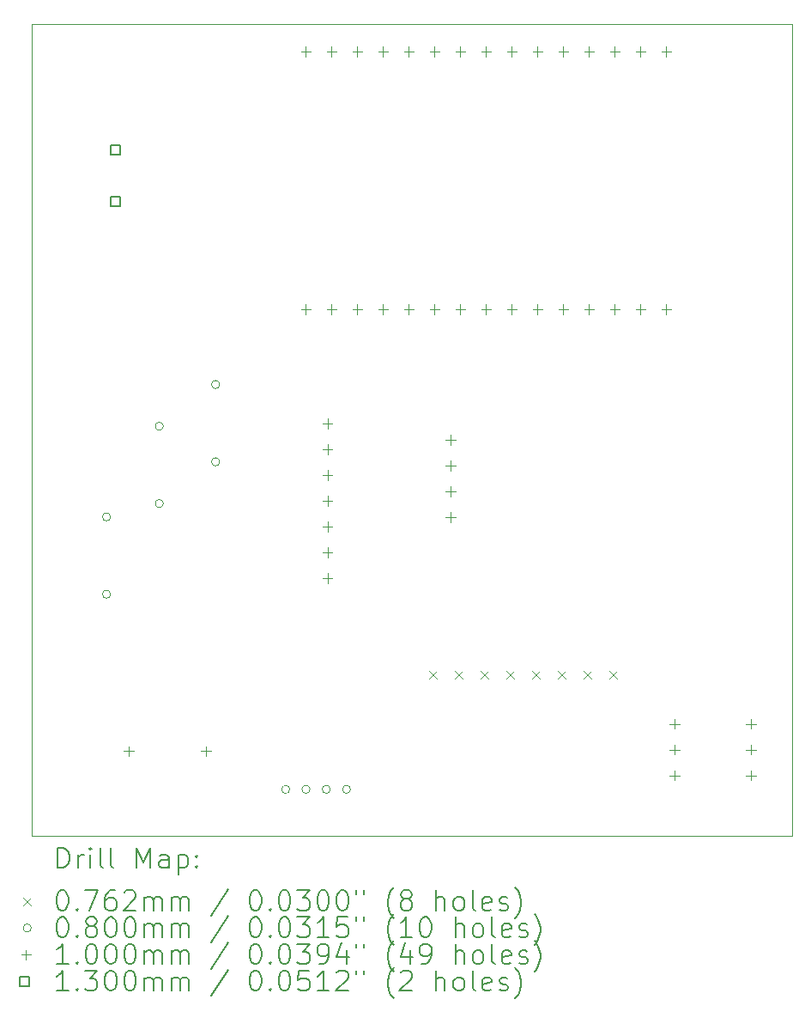
<source format=gbr>
%TF.GenerationSoftware,KiCad,Pcbnew,9.0.2*%
%TF.CreationDate,2025-12-05T19:39:55-05:00*%
%TF.ProjectId,PCB,5043422e-6b69-4636-9164-5f7063625858,rev?*%
%TF.SameCoordinates,Original*%
%TF.FileFunction,Drillmap*%
%TF.FilePolarity,Positive*%
%FSLAX45Y45*%
G04 Gerber Fmt 4.5, Leading zero omitted, Abs format (unit mm)*
G04 Created by KiCad (PCBNEW 9.0.2) date 2025-12-05 19:39:55*
%MOMM*%
%LPD*%
G01*
G04 APERTURE LIST*
%ADD10C,0.050000*%
%ADD11C,0.200000*%
%ADD12C,0.100000*%
%ADD13C,0.130000*%
G04 APERTURE END LIST*
D10*
X5010000Y-4390000D02*
X12510000Y-4390000D01*
X12510000Y-12390000D01*
X5010000Y-12390000D01*
X5010000Y-4390000D01*
D11*
D12*
X8936900Y-10762900D02*
X9013100Y-10839100D01*
X9013100Y-10762900D02*
X8936900Y-10839100D01*
X9190900Y-10762900D02*
X9267100Y-10839100D01*
X9267100Y-10762900D02*
X9190900Y-10839100D01*
X9444900Y-10762900D02*
X9521100Y-10839100D01*
X9521100Y-10762900D02*
X9444900Y-10839100D01*
X9698900Y-10762900D02*
X9775100Y-10839100D01*
X9775100Y-10762900D02*
X9698900Y-10839100D01*
X9952900Y-10762900D02*
X10029100Y-10839100D01*
X10029100Y-10762900D02*
X9952900Y-10839100D01*
X10206900Y-10762900D02*
X10283100Y-10839100D01*
X10283100Y-10762900D02*
X10206900Y-10839100D01*
X10460900Y-10762900D02*
X10537100Y-10839100D01*
X10537100Y-10762900D02*
X10460900Y-10839100D01*
X10714900Y-10762900D02*
X10791100Y-10839100D01*
X10791100Y-10762900D02*
X10714900Y-10839100D01*
X5790000Y-9245000D02*
G75*
G02*
X5710000Y-9245000I-40000J0D01*
G01*
X5710000Y-9245000D02*
G75*
G02*
X5790000Y-9245000I40000J0D01*
G01*
X5790000Y-10007000D02*
G75*
G02*
X5710000Y-10007000I-40000J0D01*
G01*
X5710000Y-10007000D02*
G75*
G02*
X5790000Y-10007000I40000J0D01*
G01*
X6311000Y-8351000D02*
G75*
G02*
X6231000Y-8351000I-40000J0D01*
G01*
X6231000Y-8351000D02*
G75*
G02*
X6311000Y-8351000I40000J0D01*
G01*
X6311000Y-9113000D02*
G75*
G02*
X6231000Y-9113000I-40000J0D01*
G01*
X6231000Y-9113000D02*
G75*
G02*
X6311000Y-9113000I40000J0D01*
G01*
X6866000Y-7940000D02*
G75*
G02*
X6786000Y-7940000I-40000J0D01*
G01*
X6786000Y-7940000D02*
G75*
G02*
X6866000Y-7940000I40000J0D01*
G01*
X6866000Y-8702000D02*
G75*
G02*
X6786000Y-8702000I-40000J0D01*
G01*
X6786000Y-8702000D02*
G75*
G02*
X6866000Y-8702000I40000J0D01*
G01*
X7558000Y-11930000D02*
G75*
G02*
X7478000Y-11930000I-40000J0D01*
G01*
X7478000Y-11930000D02*
G75*
G02*
X7558000Y-11930000I40000J0D01*
G01*
X7758000Y-11930000D02*
G75*
G02*
X7678000Y-11930000I-40000J0D01*
G01*
X7678000Y-11930000D02*
G75*
G02*
X7758000Y-11930000I40000J0D01*
G01*
X7958000Y-11930000D02*
G75*
G02*
X7878000Y-11930000I-40000J0D01*
G01*
X7878000Y-11930000D02*
G75*
G02*
X7958000Y-11930000I40000J0D01*
G01*
X8158000Y-11930000D02*
G75*
G02*
X8078000Y-11930000I-40000J0D01*
G01*
X8078000Y-11930000D02*
G75*
G02*
X8158000Y-11930000I40000J0D01*
G01*
X5969000Y-11504000D02*
X5969000Y-11604000D01*
X5919000Y-11554000D02*
X6019000Y-11554000D01*
X6729000Y-11504000D02*
X6729000Y-11604000D01*
X6679000Y-11554000D02*
X6779000Y-11554000D01*
X7717000Y-4606000D02*
X7717000Y-4706000D01*
X7667000Y-4656000D02*
X7767000Y-4656000D01*
X7717000Y-7146000D02*
X7717000Y-7246000D01*
X7667000Y-7196000D02*
X7767000Y-7196000D01*
X7930000Y-8272000D02*
X7930000Y-8372000D01*
X7880000Y-8322000D02*
X7980000Y-8322000D01*
X7930000Y-8526000D02*
X7930000Y-8626000D01*
X7880000Y-8576000D02*
X7980000Y-8576000D01*
X7930000Y-8780000D02*
X7930000Y-8880000D01*
X7880000Y-8830000D02*
X7980000Y-8830000D01*
X7930000Y-9034000D02*
X7930000Y-9134000D01*
X7880000Y-9084000D02*
X7980000Y-9084000D01*
X7930000Y-9288000D02*
X7930000Y-9388000D01*
X7880000Y-9338000D02*
X7980000Y-9338000D01*
X7930000Y-9542000D02*
X7930000Y-9642000D01*
X7880000Y-9592000D02*
X7980000Y-9592000D01*
X7930000Y-9796000D02*
X7930000Y-9896000D01*
X7880000Y-9846000D02*
X7980000Y-9846000D01*
X7971000Y-4606000D02*
X7971000Y-4706000D01*
X7921000Y-4656000D02*
X8021000Y-4656000D01*
X7971000Y-7146000D02*
X7971000Y-7246000D01*
X7921000Y-7196000D02*
X8021000Y-7196000D01*
X8225000Y-4606000D02*
X8225000Y-4706000D01*
X8175000Y-4656000D02*
X8275000Y-4656000D01*
X8225000Y-7146000D02*
X8225000Y-7246000D01*
X8175000Y-7196000D02*
X8275000Y-7196000D01*
X8479000Y-4606000D02*
X8479000Y-4706000D01*
X8429000Y-4656000D02*
X8529000Y-4656000D01*
X8479000Y-7146000D02*
X8479000Y-7246000D01*
X8429000Y-7196000D02*
X8529000Y-7196000D01*
X8733000Y-4606000D02*
X8733000Y-4706000D01*
X8683000Y-4656000D02*
X8783000Y-4656000D01*
X8733000Y-7146000D02*
X8733000Y-7246000D01*
X8683000Y-7196000D02*
X8783000Y-7196000D01*
X8987000Y-4606000D02*
X8987000Y-4706000D01*
X8937000Y-4656000D02*
X9037000Y-4656000D01*
X8987000Y-7146000D02*
X8987000Y-7246000D01*
X8937000Y-7196000D02*
X9037000Y-7196000D01*
X9142000Y-8437000D02*
X9142000Y-8537000D01*
X9092000Y-8487000D02*
X9192000Y-8487000D01*
X9142000Y-8691000D02*
X9142000Y-8791000D01*
X9092000Y-8741000D02*
X9192000Y-8741000D01*
X9142000Y-8945000D02*
X9142000Y-9045000D01*
X9092000Y-8995000D02*
X9192000Y-8995000D01*
X9142000Y-9199000D02*
X9142000Y-9299000D01*
X9092000Y-9249000D02*
X9192000Y-9249000D01*
X9241000Y-4606000D02*
X9241000Y-4706000D01*
X9191000Y-4656000D02*
X9291000Y-4656000D01*
X9241000Y-7146000D02*
X9241000Y-7246000D01*
X9191000Y-7196000D02*
X9291000Y-7196000D01*
X9495000Y-4606000D02*
X9495000Y-4706000D01*
X9445000Y-4656000D02*
X9545000Y-4656000D01*
X9495000Y-7146000D02*
X9495000Y-7246000D01*
X9445000Y-7196000D02*
X9545000Y-7196000D01*
X9749000Y-4606000D02*
X9749000Y-4706000D01*
X9699000Y-4656000D02*
X9799000Y-4656000D01*
X9749000Y-7146000D02*
X9749000Y-7246000D01*
X9699000Y-7196000D02*
X9799000Y-7196000D01*
X10003000Y-4606000D02*
X10003000Y-4706000D01*
X9953000Y-4656000D02*
X10053000Y-4656000D01*
X10003000Y-7146000D02*
X10003000Y-7246000D01*
X9953000Y-7196000D02*
X10053000Y-7196000D01*
X10257000Y-4606000D02*
X10257000Y-4706000D01*
X10207000Y-4656000D02*
X10307000Y-4656000D01*
X10257000Y-7146000D02*
X10257000Y-7246000D01*
X10207000Y-7196000D02*
X10307000Y-7196000D01*
X10511000Y-4606000D02*
X10511000Y-4706000D01*
X10461000Y-4656000D02*
X10561000Y-4656000D01*
X10511000Y-7146000D02*
X10511000Y-7246000D01*
X10461000Y-7196000D02*
X10561000Y-7196000D01*
X10765000Y-4606000D02*
X10765000Y-4706000D01*
X10715000Y-4656000D02*
X10815000Y-4656000D01*
X10765000Y-7146000D02*
X10765000Y-7246000D01*
X10715000Y-7196000D02*
X10815000Y-7196000D01*
X11019000Y-4606000D02*
X11019000Y-4706000D01*
X10969000Y-4656000D02*
X11069000Y-4656000D01*
X11019000Y-7146000D02*
X11019000Y-7246000D01*
X10969000Y-7196000D02*
X11069000Y-7196000D01*
X11273000Y-4606000D02*
X11273000Y-4706000D01*
X11223000Y-4656000D02*
X11323000Y-4656000D01*
X11273000Y-7146000D02*
X11273000Y-7246000D01*
X11223000Y-7196000D02*
X11323000Y-7196000D01*
X11357000Y-11234000D02*
X11357000Y-11334000D01*
X11307000Y-11284000D02*
X11407000Y-11284000D01*
X11357000Y-11488000D02*
X11357000Y-11588000D01*
X11307000Y-11538000D02*
X11407000Y-11538000D01*
X11357000Y-11742000D02*
X11357000Y-11842000D01*
X11307000Y-11792000D02*
X11407000Y-11792000D01*
X12107000Y-11234000D02*
X12107000Y-11334000D01*
X12057000Y-11284000D02*
X12157000Y-11284000D01*
X12107000Y-11488000D02*
X12107000Y-11588000D01*
X12057000Y-11538000D02*
X12157000Y-11538000D01*
X12107000Y-11742000D02*
X12107000Y-11842000D01*
X12057000Y-11792000D02*
X12157000Y-11792000D01*
D13*
X5884962Y-5671962D02*
X5884962Y-5580038D01*
X5793038Y-5580038D01*
X5793038Y-5671962D01*
X5884962Y-5671962D01*
X5884962Y-6179962D02*
X5884962Y-6088038D01*
X5793038Y-6088038D01*
X5793038Y-6179962D01*
X5884962Y-6179962D01*
D11*
X5268277Y-12703984D02*
X5268277Y-12503984D01*
X5268277Y-12503984D02*
X5315896Y-12503984D01*
X5315896Y-12503984D02*
X5344467Y-12513508D01*
X5344467Y-12513508D02*
X5363515Y-12532555D01*
X5363515Y-12532555D02*
X5373039Y-12551603D01*
X5373039Y-12551603D02*
X5382563Y-12589698D01*
X5382563Y-12589698D02*
X5382563Y-12618269D01*
X5382563Y-12618269D02*
X5373039Y-12656365D01*
X5373039Y-12656365D02*
X5363515Y-12675412D01*
X5363515Y-12675412D02*
X5344467Y-12694460D01*
X5344467Y-12694460D02*
X5315896Y-12703984D01*
X5315896Y-12703984D02*
X5268277Y-12703984D01*
X5468277Y-12703984D02*
X5468277Y-12570650D01*
X5468277Y-12608746D02*
X5477801Y-12589698D01*
X5477801Y-12589698D02*
X5487324Y-12580174D01*
X5487324Y-12580174D02*
X5506372Y-12570650D01*
X5506372Y-12570650D02*
X5525420Y-12570650D01*
X5592086Y-12703984D02*
X5592086Y-12570650D01*
X5592086Y-12503984D02*
X5582563Y-12513508D01*
X5582563Y-12513508D02*
X5592086Y-12523031D01*
X5592086Y-12523031D02*
X5601610Y-12513508D01*
X5601610Y-12513508D02*
X5592086Y-12503984D01*
X5592086Y-12503984D02*
X5592086Y-12523031D01*
X5715896Y-12703984D02*
X5696848Y-12694460D01*
X5696848Y-12694460D02*
X5687324Y-12675412D01*
X5687324Y-12675412D02*
X5687324Y-12503984D01*
X5820658Y-12703984D02*
X5801610Y-12694460D01*
X5801610Y-12694460D02*
X5792086Y-12675412D01*
X5792086Y-12675412D02*
X5792086Y-12503984D01*
X6049229Y-12703984D02*
X6049229Y-12503984D01*
X6049229Y-12503984D02*
X6115896Y-12646841D01*
X6115896Y-12646841D02*
X6182562Y-12503984D01*
X6182562Y-12503984D02*
X6182562Y-12703984D01*
X6363515Y-12703984D02*
X6363515Y-12599222D01*
X6363515Y-12599222D02*
X6353991Y-12580174D01*
X6353991Y-12580174D02*
X6334943Y-12570650D01*
X6334943Y-12570650D02*
X6296848Y-12570650D01*
X6296848Y-12570650D02*
X6277801Y-12580174D01*
X6363515Y-12694460D02*
X6344467Y-12703984D01*
X6344467Y-12703984D02*
X6296848Y-12703984D01*
X6296848Y-12703984D02*
X6277801Y-12694460D01*
X6277801Y-12694460D02*
X6268277Y-12675412D01*
X6268277Y-12675412D02*
X6268277Y-12656365D01*
X6268277Y-12656365D02*
X6277801Y-12637317D01*
X6277801Y-12637317D02*
X6296848Y-12627793D01*
X6296848Y-12627793D02*
X6344467Y-12627793D01*
X6344467Y-12627793D02*
X6363515Y-12618269D01*
X6458753Y-12570650D02*
X6458753Y-12770650D01*
X6458753Y-12580174D02*
X6477801Y-12570650D01*
X6477801Y-12570650D02*
X6515896Y-12570650D01*
X6515896Y-12570650D02*
X6534943Y-12580174D01*
X6534943Y-12580174D02*
X6544467Y-12589698D01*
X6544467Y-12589698D02*
X6553991Y-12608746D01*
X6553991Y-12608746D02*
X6553991Y-12665888D01*
X6553991Y-12665888D02*
X6544467Y-12684936D01*
X6544467Y-12684936D02*
X6534943Y-12694460D01*
X6534943Y-12694460D02*
X6515896Y-12703984D01*
X6515896Y-12703984D02*
X6477801Y-12703984D01*
X6477801Y-12703984D02*
X6458753Y-12694460D01*
X6639705Y-12684936D02*
X6649229Y-12694460D01*
X6649229Y-12694460D02*
X6639705Y-12703984D01*
X6639705Y-12703984D02*
X6630182Y-12694460D01*
X6630182Y-12694460D02*
X6639705Y-12684936D01*
X6639705Y-12684936D02*
X6639705Y-12703984D01*
X6639705Y-12580174D02*
X6649229Y-12589698D01*
X6649229Y-12589698D02*
X6639705Y-12599222D01*
X6639705Y-12599222D02*
X6630182Y-12589698D01*
X6630182Y-12589698D02*
X6639705Y-12580174D01*
X6639705Y-12580174D02*
X6639705Y-12599222D01*
D12*
X4931300Y-12994400D02*
X5007500Y-13070600D01*
X5007500Y-12994400D02*
X4931300Y-13070600D01*
D11*
X5306372Y-12923984D02*
X5325420Y-12923984D01*
X5325420Y-12923984D02*
X5344467Y-12933508D01*
X5344467Y-12933508D02*
X5353991Y-12943031D01*
X5353991Y-12943031D02*
X5363515Y-12962079D01*
X5363515Y-12962079D02*
X5373039Y-13000174D01*
X5373039Y-13000174D02*
X5373039Y-13047793D01*
X5373039Y-13047793D02*
X5363515Y-13085888D01*
X5363515Y-13085888D02*
X5353991Y-13104936D01*
X5353991Y-13104936D02*
X5344467Y-13114460D01*
X5344467Y-13114460D02*
X5325420Y-13123984D01*
X5325420Y-13123984D02*
X5306372Y-13123984D01*
X5306372Y-13123984D02*
X5287324Y-13114460D01*
X5287324Y-13114460D02*
X5277801Y-13104936D01*
X5277801Y-13104936D02*
X5268277Y-13085888D01*
X5268277Y-13085888D02*
X5258753Y-13047793D01*
X5258753Y-13047793D02*
X5258753Y-13000174D01*
X5258753Y-13000174D02*
X5268277Y-12962079D01*
X5268277Y-12962079D02*
X5277801Y-12943031D01*
X5277801Y-12943031D02*
X5287324Y-12933508D01*
X5287324Y-12933508D02*
X5306372Y-12923984D01*
X5458753Y-13104936D02*
X5468277Y-13114460D01*
X5468277Y-13114460D02*
X5458753Y-13123984D01*
X5458753Y-13123984D02*
X5449229Y-13114460D01*
X5449229Y-13114460D02*
X5458753Y-13104936D01*
X5458753Y-13104936D02*
X5458753Y-13123984D01*
X5534944Y-12923984D02*
X5668277Y-12923984D01*
X5668277Y-12923984D02*
X5582563Y-13123984D01*
X5830182Y-12923984D02*
X5792086Y-12923984D01*
X5792086Y-12923984D02*
X5773039Y-12933508D01*
X5773039Y-12933508D02*
X5763515Y-12943031D01*
X5763515Y-12943031D02*
X5744467Y-12971603D01*
X5744467Y-12971603D02*
X5734943Y-13009698D01*
X5734943Y-13009698D02*
X5734943Y-13085888D01*
X5734943Y-13085888D02*
X5744467Y-13104936D01*
X5744467Y-13104936D02*
X5753991Y-13114460D01*
X5753991Y-13114460D02*
X5773039Y-13123984D01*
X5773039Y-13123984D02*
X5811134Y-13123984D01*
X5811134Y-13123984D02*
X5830182Y-13114460D01*
X5830182Y-13114460D02*
X5839705Y-13104936D01*
X5839705Y-13104936D02*
X5849229Y-13085888D01*
X5849229Y-13085888D02*
X5849229Y-13038269D01*
X5849229Y-13038269D02*
X5839705Y-13019222D01*
X5839705Y-13019222D02*
X5830182Y-13009698D01*
X5830182Y-13009698D02*
X5811134Y-13000174D01*
X5811134Y-13000174D02*
X5773039Y-13000174D01*
X5773039Y-13000174D02*
X5753991Y-13009698D01*
X5753991Y-13009698D02*
X5744467Y-13019222D01*
X5744467Y-13019222D02*
X5734943Y-13038269D01*
X5925420Y-12943031D02*
X5934943Y-12933508D01*
X5934943Y-12933508D02*
X5953991Y-12923984D01*
X5953991Y-12923984D02*
X6001610Y-12923984D01*
X6001610Y-12923984D02*
X6020658Y-12933508D01*
X6020658Y-12933508D02*
X6030182Y-12943031D01*
X6030182Y-12943031D02*
X6039705Y-12962079D01*
X6039705Y-12962079D02*
X6039705Y-12981127D01*
X6039705Y-12981127D02*
X6030182Y-13009698D01*
X6030182Y-13009698D02*
X5915896Y-13123984D01*
X5915896Y-13123984D02*
X6039705Y-13123984D01*
X6125420Y-13123984D02*
X6125420Y-12990650D01*
X6125420Y-13009698D02*
X6134943Y-13000174D01*
X6134943Y-13000174D02*
X6153991Y-12990650D01*
X6153991Y-12990650D02*
X6182563Y-12990650D01*
X6182563Y-12990650D02*
X6201610Y-13000174D01*
X6201610Y-13000174D02*
X6211134Y-13019222D01*
X6211134Y-13019222D02*
X6211134Y-13123984D01*
X6211134Y-13019222D02*
X6220658Y-13000174D01*
X6220658Y-13000174D02*
X6239705Y-12990650D01*
X6239705Y-12990650D02*
X6268277Y-12990650D01*
X6268277Y-12990650D02*
X6287324Y-13000174D01*
X6287324Y-13000174D02*
X6296848Y-13019222D01*
X6296848Y-13019222D02*
X6296848Y-13123984D01*
X6392086Y-13123984D02*
X6392086Y-12990650D01*
X6392086Y-13009698D02*
X6401610Y-13000174D01*
X6401610Y-13000174D02*
X6420658Y-12990650D01*
X6420658Y-12990650D02*
X6449229Y-12990650D01*
X6449229Y-12990650D02*
X6468277Y-13000174D01*
X6468277Y-13000174D02*
X6477801Y-13019222D01*
X6477801Y-13019222D02*
X6477801Y-13123984D01*
X6477801Y-13019222D02*
X6487324Y-13000174D01*
X6487324Y-13000174D02*
X6506372Y-12990650D01*
X6506372Y-12990650D02*
X6534943Y-12990650D01*
X6534943Y-12990650D02*
X6553991Y-13000174D01*
X6553991Y-13000174D02*
X6563515Y-13019222D01*
X6563515Y-13019222D02*
X6563515Y-13123984D01*
X6953991Y-12914460D02*
X6782563Y-13171603D01*
X7211134Y-12923984D02*
X7230182Y-12923984D01*
X7230182Y-12923984D02*
X7249229Y-12933508D01*
X7249229Y-12933508D02*
X7258753Y-12943031D01*
X7258753Y-12943031D02*
X7268277Y-12962079D01*
X7268277Y-12962079D02*
X7277801Y-13000174D01*
X7277801Y-13000174D02*
X7277801Y-13047793D01*
X7277801Y-13047793D02*
X7268277Y-13085888D01*
X7268277Y-13085888D02*
X7258753Y-13104936D01*
X7258753Y-13104936D02*
X7249229Y-13114460D01*
X7249229Y-13114460D02*
X7230182Y-13123984D01*
X7230182Y-13123984D02*
X7211134Y-13123984D01*
X7211134Y-13123984D02*
X7192086Y-13114460D01*
X7192086Y-13114460D02*
X7182563Y-13104936D01*
X7182563Y-13104936D02*
X7173039Y-13085888D01*
X7173039Y-13085888D02*
X7163515Y-13047793D01*
X7163515Y-13047793D02*
X7163515Y-13000174D01*
X7163515Y-13000174D02*
X7173039Y-12962079D01*
X7173039Y-12962079D02*
X7182563Y-12943031D01*
X7182563Y-12943031D02*
X7192086Y-12933508D01*
X7192086Y-12933508D02*
X7211134Y-12923984D01*
X7363515Y-13104936D02*
X7373039Y-13114460D01*
X7373039Y-13114460D02*
X7363515Y-13123984D01*
X7363515Y-13123984D02*
X7353991Y-13114460D01*
X7353991Y-13114460D02*
X7363515Y-13104936D01*
X7363515Y-13104936D02*
X7363515Y-13123984D01*
X7496848Y-12923984D02*
X7515896Y-12923984D01*
X7515896Y-12923984D02*
X7534944Y-12933508D01*
X7534944Y-12933508D02*
X7544467Y-12943031D01*
X7544467Y-12943031D02*
X7553991Y-12962079D01*
X7553991Y-12962079D02*
X7563515Y-13000174D01*
X7563515Y-13000174D02*
X7563515Y-13047793D01*
X7563515Y-13047793D02*
X7553991Y-13085888D01*
X7553991Y-13085888D02*
X7544467Y-13104936D01*
X7544467Y-13104936D02*
X7534944Y-13114460D01*
X7534944Y-13114460D02*
X7515896Y-13123984D01*
X7515896Y-13123984D02*
X7496848Y-13123984D01*
X7496848Y-13123984D02*
X7477801Y-13114460D01*
X7477801Y-13114460D02*
X7468277Y-13104936D01*
X7468277Y-13104936D02*
X7458753Y-13085888D01*
X7458753Y-13085888D02*
X7449229Y-13047793D01*
X7449229Y-13047793D02*
X7449229Y-13000174D01*
X7449229Y-13000174D02*
X7458753Y-12962079D01*
X7458753Y-12962079D02*
X7468277Y-12943031D01*
X7468277Y-12943031D02*
X7477801Y-12933508D01*
X7477801Y-12933508D02*
X7496848Y-12923984D01*
X7630182Y-12923984D02*
X7753991Y-12923984D01*
X7753991Y-12923984D02*
X7687325Y-13000174D01*
X7687325Y-13000174D02*
X7715896Y-13000174D01*
X7715896Y-13000174D02*
X7734944Y-13009698D01*
X7734944Y-13009698D02*
X7744467Y-13019222D01*
X7744467Y-13019222D02*
X7753991Y-13038269D01*
X7753991Y-13038269D02*
X7753991Y-13085888D01*
X7753991Y-13085888D02*
X7744467Y-13104936D01*
X7744467Y-13104936D02*
X7734944Y-13114460D01*
X7734944Y-13114460D02*
X7715896Y-13123984D01*
X7715896Y-13123984D02*
X7658753Y-13123984D01*
X7658753Y-13123984D02*
X7639706Y-13114460D01*
X7639706Y-13114460D02*
X7630182Y-13104936D01*
X7877801Y-12923984D02*
X7896848Y-12923984D01*
X7896848Y-12923984D02*
X7915896Y-12933508D01*
X7915896Y-12933508D02*
X7925420Y-12943031D01*
X7925420Y-12943031D02*
X7934944Y-12962079D01*
X7934944Y-12962079D02*
X7944467Y-13000174D01*
X7944467Y-13000174D02*
X7944467Y-13047793D01*
X7944467Y-13047793D02*
X7934944Y-13085888D01*
X7934944Y-13085888D02*
X7925420Y-13104936D01*
X7925420Y-13104936D02*
X7915896Y-13114460D01*
X7915896Y-13114460D02*
X7896848Y-13123984D01*
X7896848Y-13123984D02*
X7877801Y-13123984D01*
X7877801Y-13123984D02*
X7858753Y-13114460D01*
X7858753Y-13114460D02*
X7849229Y-13104936D01*
X7849229Y-13104936D02*
X7839706Y-13085888D01*
X7839706Y-13085888D02*
X7830182Y-13047793D01*
X7830182Y-13047793D02*
X7830182Y-13000174D01*
X7830182Y-13000174D02*
X7839706Y-12962079D01*
X7839706Y-12962079D02*
X7849229Y-12943031D01*
X7849229Y-12943031D02*
X7858753Y-12933508D01*
X7858753Y-12933508D02*
X7877801Y-12923984D01*
X8068277Y-12923984D02*
X8087325Y-12923984D01*
X8087325Y-12923984D02*
X8106372Y-12933508D01*
X8106372Y-12933508D02*
X8115896Y-12943031D01*
X8115896Y-12943031D02*
X8125420Y-12962079D01*
X8125420Y-12962079D02*
X8134944Y-13000174D01*
X8134944Y-13000174D02*
X8134944Y-13047793D01*
X8134944Y-13047793D02*
X8125420Y-13085888D01*
X8125420Y-13085888D02*
X8115896Y-13104936D01*
X8115896Y-13104936D02*
X8106372Y-13114460D01*
X8106372Y-13114460D02*
X8087325Y-13123984D01*
X8087325Y-13123984D02*
X8068277Y-13123984D01*
X8068277Y-13123984D02*
X8049229Y-13114460D01*
X8049229Y-13114460D02*
X8039706Y-13104936D01*
X8039706Y-13104936D02*
X8030182Y-13085888D01*
X8030182Y-13085888D02*
X8020658Y-13047793D01*
X8020658Y-13047793D02*
X8020658Y-13000174D01*
X8020658Y-13000174D02*
X8030182Y-12962079D01*
X8030182Y-12962079D02*
X8039706Y-12943031D01*
X8039706Y-12943031D02*
X8049229Y-12933508D01*
X8049229Y-12933508D02*
X8068277Y-12923984D01*
X8211134Y-12923984D02*
X8211134Y-12962079D01*
X8287325Y-12923984D02*
X8287325Y-12962079D01*
X8582563Y-13200174D02*
X8573039Y-13190650D01*
X8573039Y-13190650D02*
X8553991Y-13162079D01*
X8553991Y-13162079D02*
X8544468Y-13143031D01*
X8544468Y-13143031D02*
X8534944Y-13114460D01*
X8534944Y-13114460D02*
X8525420Y-13066841D01*
X8525420Y-13066841D02*
X8525420Y-13028746D01*
X8525420Y-13028746D02*
X8534944Y-12981127D01*
X8534944Y-12981127D02*
X8544468Y-12952555D01*
X8544468Y-12952555D02*
X8553991Y-12933508D01*
X8553991Y-12933508D02*
X8573039Y-12904936D01*
X8573039Y-12904936D02*
X8582563Y-12895412D01*
X8687325Y-13009698D02*
X8668277Y-13000174D01*
X8668277Y-13000174D02*
X8658753Y-12990650D01*
X8658753Y-12990650D02*
X8649230Y-12971603D01*
X8649230Y-12971603D02*
X8649230Y-12962079D01*
X8649230Y-12962079D02*
X8658753Y-12943031D01*
X8658753Y-12943031D02*
X8668277Y-12933508D01*
X8668277Y-12933508D02*
X8687325Y-12923984D01*
X8687325Y-12923984D02*
X8725420Y-12923984D01*
X8725420Y-12923984D02*
X8744468Y-12933508D01*
X8744468Y-12933508D02*
X8753991Y-12943031D01*
X8753991Y-12943031D02*
X8763515Y-12962079D01*
X8763515Y-12962079D02*
X8763515Y-12971603D01*
X8763515Y-12971603D02*
X8753991Y-12990650D01*
X8753991Y-12990650D02*
X8744468Y-13000174D01*
X8744468Y-13000174D02*
X8725420Y-13009698D01*
X8725420Y-13009698D02*
X8687325Y-13009698D01*
X8687325Y-13009698D02*
X8668277Y-13019222D01*
X8668277Y-13019222D02*
X8658753Y-13028746D01*
X8658753Y-13028746D02*
X8649230Y-13047793D01*
X8649230Y-13047793D02*
X8649230Y-13085888D01*
X8649230Y-13085888D02*
X8658753Y-13104936D01*
X8658753Y-13104936D02*
X8668277Y-13114460D01*
X8668277Y-13114460D02*
X8687325Y-13123984D01*
X8687325Y-13123984D02*
X8725420Y-13123984D01*
X8725420Y-13123984D02*
X8744468Y-13114460D01*
X8744468Y-13114460D02*
X8753991Y-13104936D01*
X8753991Y-13104936D02*
X8763515Y-13085888D01*
X8763515Y-13085888D02*
X8763515Y-13047793D01*
X8763515Y-13047793D02*
X8753991Y-13028746D01*
X8753991Y-13028746D02*
X8744468Y-13019222D01*
X8744468Y-13019222D02*
X8725420Y-13009698D01*
X9001611Y-13123984D02*
X9001611Y-12923984D01*
X9087325Y-13123984D02*
X9087325Y-13019222D01*
X9087325Y-13019222D02*
X9077801Y-13000174D01*
X9077801Y-13000174D02*
X9058753Y-12990650D01*
X9058753Y-12990650D02*
X9030182Y-12990650D01*
X9030182Y-12990650D02*
X9011134Y-13000174D01*
X9011134Y-13000174D02*
X9001611Y-13009698D01*
X9211134Y-13123984D02*
X9192087Y-13114460D01*
X9192087Y-13114460D02*
X9182563Y-13104936D01*
X9182563Y-13104936D02*
X9173039Y-13085888D01*
X9173039Y-13085888D02*
X9173039Y-13028746D01*
X9173039Y-13028746D02*
X9182563Y-13009698D01*
X9182563Y-13009698D02*
X9192087Y-13000174D01*
X9192087Y-13000174D02*
X9211134Y-12990650D01*
X9211134Y-12990650D02*
X9239706Y-12990650D01*
X9239706Y-12990650D02*
X9258753Y-13000174D01*
X9258753Y-13000174D02*
X9268277Y-13009698D01*
X9268277Y-13009698D02*
X9277801Y-13028746D01*
X9277801Y-13028746D02*
X9277801Y-13085888D01*
X9277801Y-13085888D02*
X9268277Y-13104936D01*
X9268277Y-13104936D02*
X9258753Y-13114460D01*
X9258753Y-13114460D02*
X9239706Y-13123984D01*
X9239706Y-13123984D02*
X9211134Y-13123984D01*
X9392087Y-13123984D02*
X9373039Y-13114460D01*
X9373039Y-13114460D02*
X9363515Y-13095412D01*
X9363515Y-13095412D02*
X9363515Y-12923984D01*
X9544468Y-13114460D02*
X9525420Y-13123984D01*
X9525420Y-13123984D02*
X9487325Y-13123984D01*
X9487325Y-13123984D02*
X9468277Y-13114460D01*
X9468277Y-13114460D02*
X9458753Y-13095412D01*
X9458753Y-13095412D02*
X9458753Y-13019222D01*
X9458753Y-13019222D02*
X9468277Y-13000174D01*
X9468277Y-13000174D02*
X9487325Y-12990650D01*
X9487325Y-12990650D02*
X9525420Y-12990650D01*
X9525420Y-12990650D02*
X9544468Y-13000174D01*
X9544468Y-13000174D02*
X9553992Y-13019222D01*
X9553992Y-13019222D02*
X9553992Y-13038269D01*
X9553992Y-13038269D02*
X9458753Y-13057317D01*
X9630182Y-13114460D02*
X9649230Y-13123984D01*
X9649230Y-13123984D02*
X9687325Y-13123984D01*
X9687325Y-13123984D02*
X9706373Y-13114460D01*
X9706373Y-13114460D02*
X9715896Y-13095412D01*
X9715896Y-13095412D02*
X9715896Y-13085888D01*
X9715896Y-13085888D02*
X9706373Y-13066841D01*
X9706373Y-13066841D02*
X9687325Y-13057317D01*
X9687325Y-13057317D02*
X9658753Y-13057317D01*
X9658753Y-13057317D02*
X9639706Y-13047793D01*
X9639706Y-13047793D02*
X9630182Y-13028746D01*
X9630182Y-13028746D02*
X9630182Y-13019222D01*
X9630182Y-13019222D02*
X9639706Y-13000174D01*
X9639706Y-13000174D02*
X9658753Y-12990650D01*
X9658753Y-12990650D02*
X9687325Y-12990650D01*
X9687325Y-12990650D02*
X9706373Y-13000174D01*
X9782563Y-13200174D02*
X9792087Y-13190650D01*
X9792087Y-13190650D02*
X9811134Y-13162079D01*
X9811134Y-13162079D02*
X9820658Y-13143031D01*
X9820658Y-13143031D02*
X9830182Y-13114460D01*
X9830182Y-13114460D02*
X9839706Y-13066841D01*
X9839706Y-13066841D02*
X9839706Y-13028746D01*
X9839706Y-13028746D02*
X9830182Y-12981127D01*
X9830182Y-12981127D02*
X9820658Y-12952555D01*
X9820658Y-12952555D02*
X9811134Y-12933508D01*
X9811134Y-12933508D02*
X9792087Y-12904936D01*
X9792087Y-12904936D02*
X9782563Y-12895412D01*
D12*
X5007500Y-13296500D02*
G75*
G02*
X4927500Y-13296500I-40000J0D01*
G01*
X4927500Y-13296500D02*
G75*
G02*
X5007500Y-13296500I40000J0D01*
G01*
D11*
X5306372Y-13187984D02*
X5325420Y-13187984D01*
X5325420Y-13187984D02*
X5344467Y-13197508D01*
X5344467Y-13197508D02*
X5353991Y-13207031D01*
X5353991Y-13207031D02*
X5363515Y-13226079D01*
X5363515Y-13226079D02*
X5373039Y-13264174D01*
X5373039Y-13264174D02*
X5373039Y-13311793D01*
X5373039Y-13311793D02*
X5363515Y-13349888D01*
X5363515Y-13349888D02*
X5353991Y-13368936D01*
X5353991Y-13368936D02*
X5344467Y-13378460D01*
X5344467Y-13378460D02*
X5325420Y-13387984D01*
X5325420Y-13387984D02*
X5306372Y-13387984D01*
X5306372Y-13387984D02*
X5287324Y-13378460D01*
X5287324Y-13378460D02*
X5277801Y-13368936D01*
X5277801Y-13368936D02*
X5268277Y-13349888D01*
X5268277Y-13349888D02*
X5258753Y-13311793D01*
X5258753Y-13311793D02*
X5258753Y-13264174D01*
X5258753Y-13264174D02*
X5268277Y-13226079D01*
X5268277Y-13226079D02*
X5277801Y-13207031D01*
X5277801Y-13207031D02*
X5287324Y-13197508D01*
X5287324Y-13197508D02*
X5306372Y-13187984D01*
X5458753Y-13368936D02*
X5468277Y-13378460D01*
X5468277Y-13378460D02*
X5458753Y-13387984D01*
X5458753Y-13387984D02*
X5449229Y-13378460D01*
X5449229Y-13378460D02*
X5458753Y-13368936D01*
X5458753Y-13368936D02*
X5458753Y-13387984D01*
X5582563Y-13273698D02*
X5563515Y-13264174D01*
X5563515Y-13264174D02*
X5553991Y-13254650D01*
X5553991Y-13254650D02*
X5544467Y-13235603D01*
X5544467Y-13235603D02*
X5544467Y-13226079D01*
X5544467Y-13226079D02*
X5553991Y-13207031D01*
X5553991Y-13207031D02*
X5563515Y-13197508D01*
X5563515Y-13197508D02*
X5582563Y-13187984D01*
X5582563Y-13187984D02*
X5620658Y-13187984D01*
X5620658Y-13187984D02*
X5639705Y-13197508D01*
X5639705Y-13197508D02*
X5649229Y-13207031D01*
X5649229Y-13207031D02*
X5658753Y-13226079D01*
X5658753Y-13226079D02*
X5658753Y-13235603D01*
X5658753Y-13235603D02*
X5649229Y-13254650D01*
X5649229Y-13254650D02*
X5639705Y-13264174D01*
X5639705Y-13264174D02*
X5620658Y-13273698D01*
X5620658Y-13273698D02*
X5582563Y-13273698D01*
X5582563Y-13273698D02*
X5563515Y-13283222D01*
X5563515Y-13283222D02*
X5553991Y-13292746D01*
X5553991Y-13292746D02*
X5544467Y-13311793D01*
X5544467Y-13311793D02*
X5544467Y-13349888D01*
X5544467Y-13349888D02*
X5553991Y-13368936D01*
X5553991Y-13368936D02*
X5563515Y-13378460D01*
X5563515Y-13378460D02*
X5582563Y-13387984D01*
X5582563Y-13387984D02*
X5620658Y-13387984D01*
X5620658Y-13387984D02*
X5639705Y-13378460D01*
X5639705Y-13378460D02*
X5649229Y-13368936D01*
X5649229Y-13368936D02*
X5658753Y-13349888D01*
X5658753Y-13349888D02*
X5658753Y-13311793D01*
X5658753Y-13311793D02*
X5649229Y-13292746D01*
X5649229Y-13292746D02*
X5639705Y-13283222D01*
X5639705Y-13283222D02*
X5620658Y-13273698D01*
X5782562Y-13187984D02*
X5801610Y-13187984D01*
X5801610Y-13187984D02*
X5820658Y-13197508D01*
X5820658Y-13197508D02*
X5830182Y-13207031D01*
X5830182Y-13207031D02*
X5839705Y-13226079D01*
X5839705Y-13226079D02*
X5849229Y-13264174D01*
X5849229Y-13264174D02*
X5849229Y-13311793D01*
X5849229Y-13311793D02*
X5839705Y-13349888D01*
X5839705Y-13349888D02*
X5830182Y-13368936D01*
X5830182Y-13368936D02*
X5820658Y-13378460D01*
X5820658Y-13378460D02*
X5801610Y-13387984D01*
X5801610Y-13387984D02*
X5782562Y-13387984D01*
X5782562Y-13387984D02*
X5763515Y-13378460D01*
X5763515Y-13378460D02*
X5753991Y-13368936D01*
X5753991Y-13368936D02*
X5744467Y-13349888D01*
X5744467Y-13349888D02*
X5734943Y-13311793D01*
X5734943Y-13311793D02*
X5734943Y-13264174D01*
X5734943Y-13264174D02*
X5744467Y-13226079D01*
X5744467Y-13226079D02*
X5753991Y-13207031D01*
X5753991Y-13207031D02*
X5763515Y-13197508D01*
X5763515Y-13197508D02*
X5782562Y-13187984D01*
X5973039Y-13187984D02*
X5992086Y-13187984D01*
X5992086Y-13187984D02*
X6011134Y-13197508D01*
X6011134Y-13197508D02*
X6020658Y-13207031D01*
X6020658Y-13207031D02*
X6030182Y-13226079D01*
X6030182Y-13226079D02*
X6039705Y-13264174D01*
X6039705Y-13264174D02*
X6039705Y-13311793D01*
X6039705Y-13311793D02*
X6030182Y-13349888D01*
X6030182Y-13349888D02*
X6020658Y-13368936D01*
X6020658Y-13368936D02*
X6011134Y-13378460D01*
X6011134Y-13378460D02*
X5992086Y-13387984D01*
X5992086Y-13387984D02*
X5973039Y-13387984D01*
X5973039Y-13387984D02*
X5953991Y-13378460D01*
X5953991Y-13378460D02*
X5944467Y-13368936D01*
X5944467Y-13368936D02*
X5934943Y-13349888D01*
X5934943Y-13349888D02*
X5925420Y-13311793D01*
X5925420Y-13311793D02*
X5925420Y-13264174D01*
X5925420Y-13264174D02*
X5934943Y-13226079D01*
X5934943Y-13226079D02*
X5944467Y-13207031D01*
X5944467Y-13207031D02*
X5953991Y-13197508D01*
X5953991Y-13197508D02*
X5973039Y-13187984D01*
X6125420Y-13387984D02*
X6125420Y-13254650D01*
X6125420Y-13273698D02*
X6134943Y-13264174D01*
X6134943Y-13264174D02*
X6153991Y-13254650D01*
X6153991Y-13254650D02*
X6182563Y-13254650D01*
X6182563Y-13254650D02*
X6201610Y-13264174D01*
X6201610Y-13264174D02*
X6211134Y-13283222D01*
X6211134Y-13283222D02*
X6211134Y-13387984D01*
X6211134Y-13283222D02*
X6220658Y-13264174D01*
X6220658Y-13264174D02*
X6239705Y-13254650D01*
X6239705Y-13254650D02*
X6268277Y-13254650D01*
X6268277Y-13254650D02*
X6287324Y-13264174D01*
X6287324Y-13264174D02*
X6296848Y-13283222D01*
X6296848Y-13283222D02*
X6296848Y-13387984D01*
X6392086Y-13387984D02*
X6392086Y-13254650D01*
X6392086Y-13273698D02*
X6401610Y-13264174D01*
X6401610Y-13264174D02*
X6420658Y-13254650D01*
X6420658Y-13254650D02*
X6449229Y-13254650D01*
X6449229Y-13254650D02*
X6468277Y-13264174D01*
X6468277Y-13264174D02*
X6477801Y-13283222D01*
X6477801Y-13283222D02*
X6477801Y-13387984D01*
X6477801Y-13283222D02*
X6487324Y-13264174D01*
X6487324Y-13264174D02*
X6506372Y-13254650D01*
X6506372Y-13254650D02*
X6534943Y-13254650D01*
X6534943Y-13254650D02*
X6553991Y-13264174D01*
X6553991Y-13264174D02*
X6563515Y-13283222D01*
X6563515Y-13283222D02*
X6563515Y-13387984D01*
X6953991Y-13178460D02*
X6782563Y-13435603D01*
X7211134Y-13187984D02*
X7230182Y-13187984D01*
X7230182Y-13187984D02*
X7249229Y-13197508D01*
X7249229Y-13197508D02*
X7258753Y-13207031D01*
X7258753Y-13207031D02*
X7268277Y-13226079D01*
X7268277Y-13226079D02*
X7277801Y-13264174D01*
X7277801Y-13264174D02*
X7277801Y-13311793D01*
X7277801Y-13311793D02*
X7268277Y-13349888D01*
X7268277Y-13349888D02*
X7258753Y-13368936D01*
X7258753Y-13368936D02*
X7249229Y-13378460D01*
X7249229Y-13378460D02*
X7230182Y-13387984D01*
X7230182Y-13387984D02*
X7211134Y-13387984D01*
X7211134Y-13387984D02*
X7192086Y-13378460D01*
X7192086Y-13378460D02*
X7182563Y-13368936D01*
X7182563Y-13368936D02*
X7173039Y-13349888D01*
X7173039Y-13349888D02*
X7163515Y-13311793D01*
X7163515Y-13311793D02*
X7163515Y-13264174D01*
X7163515Y-13264174D02*
X7173039Y-13226079D01*
X7173039Y-13226079D02*
X7182563Y-13207031D01*
X7182563Y-13207031D02*
X7192086Y-13197508D01*
X7192086Y-13197508D02*
X7211134Y-13187984D01*
X7363515Y-13368936D02*
X7373039Y-13378460D01*
X7373039Y-13378460D02*
X7363515Y-13387984D01*
X7363515Y-13387984D02*
X7353991Y-13378460D01*
X7353991Y-13378460D02*
X7363515Y-13368936D01*
X7363515Y-13368936D02*
X7363515Y-13387984D01*
X7496848Y-13187984D02*
X7515896Y-13187984D01*
X7515896Y-13187984D02*
X7534944Y-13197508D01*
X7534944Y-13197508D02*
X7544467Y-13207031D01*
X7544467Y-13207031D02*
X7553991Y-13226079D01*
X7553991Y-13226079D02*
X7563515Y-13264174D01*
X7563515Y-13264174D02*
X7563515Y-13311793D01*
X7563515Y-13311793D02*
X7553991Y-13349888D01*
X7553991Y-13349888D02*
X7544467Y-13368936D01*
X7544467Y-13368936D02*
X7534944Y-13378460D01*
X7534944Y-13378460D02*
X7515896Y-13387984D01*
X7515896Y-13387984D02*
X7496848Y-13387984D01*
X7496848Y-13387984D02*
X7477801Y-13378460D01*
X7477801Y-13378460D02*
X7468277Y-13368936D01*
X7468277Y-13368936D02*
X7458753Y-13349888D01*
X7458753Y-13349888D02*
X7449229Y-13311793D01*
X7449229Y-13311793D02*
X7449229Y-13264174D01*
X7449229Y-13264174D02*
X7458753Y-13226079D01*
X7458753Y-13226079D02*
X7468277Y-13207031D01*
X7468277Y-13207031D02*
X7477801Y-13197508D01*
X7477801Y-13197508D02*
X7496848Y-13187984D01*
X7630182Y-13187984D02*
X7753991Y-13187984D01*
X7753991Y-13187984D02*
X7687325Y-13264174D01*
X7687325Y-13264174D02*
X7715896Y-13264174D01*
X7715896Y-13264174D02*
X7734944Y-13273698D01*
X7734944Y-13273698D02*
X7744467Y-13283222D01*
X7744467Y-13283222D02*
X7753991Y-13302269D01*
X7753991Y-13302269D02*
X7753991Y-13349888D01*
X7753991Y-13349888D02*
X7744467Y-13368936D01*
X7744467Y-13368936D02*
X7734944Y-13378460D01*
X7734944Y-13378460D02*
X7715896Y-13387984D01*
X7715896Y-13387984D02*
X7658753Y-13387984D01*
X7658753Y-13387984D02*
X7639706Y-13378460D01*
X7639706Y-13378460D02*
X7630182Y-13368936D01*
X7944467Y-13387984D02*
X7830182Y-13387984D01*
X7887325Y-13387984D02*
X7887325Y-13187984D01*
X7887325Y-13187984D02*
X7868277Y-13216555D01*
X7868277Y-13216555D02*
X7849229Y-13235603D01*
X7849229Y-13235603D02*
X7830182Y-13245127D01*
X8125420Y-13187984D02*
X8030182Y-13187984D01*
X8030182Y-13187984D02*
X8020658Y-13283222D01*
X8020658Y-13283222D02*
X8030182Y-13273698D01*
X8030182Y-13273698D02*
X8049229Y-13264174D01*
X8049229Y-13264174D02*
X8096848Y-13264174D01*
X8096848Y-13264174D02*
X8115896Y-13273698D01*
X8115896Y-13273698D02*
X8125420Y-13283222D01*
X8125420Y-13283222D02*
X8134944Y-13302269D01*
X8134944Y-13302269D02*
X8134944Y-13349888D01*
X8134944Y-13349888D02*
X8125420Y-13368936D01*
X8125420Y-13368936D02*
X8115896Y-13378460D01*
X8115896Y-13378460D02*
X8096848Y-13387984D01*
X8096848Y-13387984D02*
X8049229Y-13387984D01*
X8049229Y-13387984D02*
X8030182Y-13378460D01*
X8030182Y-13378460D02*
X8020658Y-13368936D01*
X8211134Y-13187984D02*
X8211134Y-13226079D01*
X8287325Y-13187984D02*
X8287325Y-13226079D01*
X8582563Y-13464174D02*
X8573039Y-13454650D01*
X8573039Y-13454650D02*
X8553991Y-13426079D01*
X8553991Y-13426079D02*
X8544468Y-13407031D01*
X8544468Y-13407031D02*
X8534944Y-13378460D01*
X8534944Y-13378460D02*
X8525420Y-13330841D01*
X8525420Y-13330841D02*
X8525420Y-13292746D01*
X8525420Y-13292746D02*
X8534944Y-13245127D01*
X8534944Y-13245127D02*
X8544468Y-13216555D01*
X8544468Y-13216555D02*
X8553991Y-13197508D01*
X8553991Y-13197508D02*
X8573039Y-13168936D01*
X8573039Y-13168936D02*
X8582563Y-13159412D01*
X8763515Y-13387984D02*
X8649230Y-13387984D01*
X8706372Y-13387984D02*
X8706372Y-13187984D01*
X8706372Y-13187984D02*
X8687325Y-13216555D01*
X8687325Y-13216555D02*
X8668277Y-13235603D01*
X8668277Y-13235603D02*
X8649230Y-13245127D01*
X8887325Y-13187984D02*
X8906372Y-13187984D01*
X8906372Y-13187984D02*
X8925420Y-13197508D01*
X8925420Y-13197508D02*
X8934944Y-13207031D01*
X8934944Y-13207031D02*
X8944468Y-13226079D01*
X8944468Y-13226079D02*
X8953991Y-13264174D01*
X8953991Y-13264174D02*
X8953991Y-13311793D01*
X8953991Y-13311793D02*
X8944468Y-13349888D01*
X8944468Y-13349888D02*
X8934944Y-13368936D01*
X8934944Y-13368936D02*
X8925420Y-13378460D01*
X8925420Y-13378460D02*
X8906372Y-13387984D01*
X8906372Y-13387984D02*
X8887325Y-13387984D01*
X8887325Y-13387984D02*
X8868277Y-13378460D01*
X8868277Y-13378460D02*
X8858753Y-13368936D01*
X8858753Y-13368936D02*
X8849230Y-13349888D01*
X8849230Y-13349888D02*
X8839706Y-13311793D01*
X8839706Y-13311793D02*
X8839706Y-13264174D01*
X8839706Y-13264174D02*
X8849230Y-13226079D01*
X8849230Y-13226079D02*
X8858753Y-13207031D01*
X8858753Y-13207031D02*
X8868277Y-13197508D01*
X8868277Y-13197508D02*
X8887325Y-13187984D01*
X9192087Y-13387984D02*
X9192087Y-13187984D01*
X9277801Y-13387984D02*
X9277801Y-13283222D01*
X9277801Y-13283222D02*
X9268277Y-13264174D01*
X9268277Y-13264174D02*
X9249230Y-13254650D01*
X9249230Y-13254650D02*
X9220658Y-13254650D01*
X9220658Y-13254650D02*
X9201611Y-13264174D01*
X9201611Y-13264174D02*
X9192087Y-13273698D01*
X9401611Y-13387984D02*
X9382563Y-13378460D01*
X9382563Y-13378460D02*
X9373039Y-13368936D01*
X9373039Y-13368936D02*
X9363515Y-13349888D01*
X9363515Y-13349888D02*
X9363515Y-13292746D01*
X9363515Y-13292746D02*
X9373039Y-13273698D01*
X9373039Y-13273698D02*
X9382563Y-13264174D01*
X9382563Y-13264174D02*
X9401611Y-13254650D01*
X9401611Y-13254650D02*
X9430182Y-13254650D01*
X9430182Y-13254650D02*
X9449230Y-13264174D01*
X9449230Y-13264174D02*
X9458753Y-13273698D01*
X9458753Y-13273698D02*
X9468277Y-13292746D01*
X9468277Y-13292746D02*
X9468277Y-13349888D01*
X9468277Y-13349888D02*
X9458753Y-13368936D01*
X9458753Y-13368936D02*
X9449230Y-13378460D01*
X9449230Y-13378460D02*
X9430182Y-13387984D01*
X9430182Y-13387984D02*
X9401611Y-13387984D01*
X9582563Y-13387984D02*
X9563515Y-13378460D01*
X9563515Y-13378460D02*
X9553992Y-13359412D01*
X9553992Y-13359412D02*
X9553992Y-13187984D01*
X9734944Y-13378460D02*
X9715896Y-13387984D01*
X9715896Y-13387984D02*
X9677801Y-13387984D01*
X9677801Y-13387984D02*
X9658753Y-13378460D01*
X9658753Y-13378460D02*
X9649230Y-13359412D01*
X9649230Y-13359412D02*
X9649230Y-13283222D01*
X9649230Y-13283222D02*
X9658753Y-13264174D01*
X9658753Y-13264174D02*
X9677801Y-13254650D01*
X9677801Y-13254650D02*
X9715896Y-13254650D01*
X9715896Y-13254650D02*
X9734944Y-13264174D01*
X9734944Y-13264174D02*
X9744468Y-13283222D01*
X9744468Y-13283222D02*
X9744468Y-13302269D01*
X9744468Y-13302269D02*
X9649230Y-13321317D01*
X9820658Y-13378460D02*
X9839706Y-13387984D01*
X9839706Y-13387984D02*
X9877801Y-13387984D01*
X9877801Y-13387984D02*
X9896849Y-13378460D01*
X9896849Y-13378460D02*
X9906373Y-13359412D01*
X9906373Y-13359412D02*
X9906373Y-13349888D01*
X9906373Y-13349888D02*
X9896849Y-13330841D01*
X9896849Y-13330841D02*
X9877801Y-13321317D01*
X9877801Y-13321317D02*
X9849230Y-13321317D01*
X9849230Y-13321317D02*
X9830182Y-13311793D01*
X9830182Y-13311793D02*
X9820658Y-13292746D01*
X9820658Y-13292746D02*
X9820658Y-13283222D01*
X9820658Y-13283222D02*
X9830182Y-13264174D01*
X9830182Y-13264174D02*
X9849230Y-13254650D01*
X9849230Y-13254650D02*
X9877801Y-13254650D01*
X9877801Y-13254650D02*
X9896849Y-13264174D01*
X9973039Y-13464174D02*
X9982563Y-13454650D01*
X9982563Y-13454650D02*
X10001611Y-13426079D01*
X10001611Y-13426079D02*
X10011134Y-13407031D01*
X10011134Y-13407031D02*
X10020658Y-13378460D01*
X10020658Y-13378460D02*
X10030182Y-13330841D01*
X10030182Y-13330841D02*
X10030182Y-13292746D01*
X10030182Y-13292746D02*
X10020658Y-13245127D01*
X10020658Y-13245127D02*
X10011134Y-13216555D01*
X10011134Y-13216555D02*
X10001611Y-13197508D01*
X10001611Y-13197508D02*
X9982563Y-13168936D01*
X9982563Y-13168936D02*
X9973039Y-13159412D01*
D12*
X4957500Y-13510500D02*
X4957500Y-13610500D01*
X4907500Y-13560500D02*
X5007500Y-13560500D01*
D11*
X5373039Y-13651984D02*
X5258753Y-13651984D01*
X5315896Y-13651984D02*
X5315896Y-13451984D01*
X5315896Y-13451984D02*
X5296848Y-13480555D01*
X5296848Y-13480555D02*
X5277801Y-13499603D01*
X5277801Y-13499603D02*
X5258753Y-13509127D01*
X5458753Y-13632936D02*
X5468277Y-13642460D01*
X5468277Y-13642460D02*
X5458753Y-13651984D01*
X5458753Y-13651984D02*
X5449229Y-13642460D01*
X5449229Y-13642460D02*
X5458753Y-13632936D01*
X5458753Y-13632936D02*
X5458753Y-13651984D01*
X5592086Y-13451984D02*
X5611134Y-13451984D01*
X5611134Y-13451984D02*
X5630182Y-13461508D01*
X5630182Y-13461508D02*
X5639705Y-13471031D01*
X5639705Y-13471031D02*
X5649229Y-13490079D01*
X5649229Y-13490079D02*
X5658753Y-13528174D01*
X5658753Y-13528174D02*
X5658753Y-13575793D01*
X5658753Y-13575793D02*
X5649229Y-13613888D01*
X5649229Y-13613888D02*
X5639705Y-13632936D01*
X5639705Y-13632936D02*
X5630182Y-13642460D01*
X5630182Y-13642460D02*
X5611134Y-13651984D01*
X5611134Y-13651984D02*
X5592086Y-13651984D01*
X5592086Y-13651984D02*
X5573039Y-13642460D01*
X5573039Y-13642460D02*
X5563515Y-13632936D01*
X5563515Y-13632936D02*
X5553991Y-13613888D01*
X5553991Y-13613888D02*
X5544467Y-13575793D01*
X5544467Y-13575793D02*
X5544467Y-13528174D01*
X5544467Y-13528174D02*
X5553991Y-13490079D01*
X5553991Y-13490079D02*
X5563515Y-13471031D01*
X5563515Y-13471031D02*
X5573039Y-13461508D01*
X5573039Y-13461508D02*
X5592086Y-13451984D01*
X5782562Y-13451984D02*
X5801610Y-13451984D01*
X5801610Y-13451984D02*
X5820658Y-13461508D01*
X5820658Y-13461508D02*
X5830182Y-13471031D01*
X5830182Y-13471031D02*
X5839705Y-13490079D01*
X5839705Y-13490079D02*
X5849229Y-13528174D01*
X5849229Y-13528174D02*
X5849229Y-13575793D01*
X5849229Y-13575793D02*
X5839705Y-13613888D01*
X5839705Y-13613888D02*
X5830182Y-13632936D01*
X5830182Y-13632936D02*
X5820658Y-13642460D01*
X5820658Y-13642460D02*
X5801610Y-13651984D01*
X5801610Y-13651984D02*
X5782562Y-13651984D01*
X5782562Y-13651984D02*
X5763515Y-13642460D01*
X5763515Y-13642460D02*
X5753991Y-13632936D01*
X5753991Y-13632936D02*
X5744467Y-13613888D01*
X5744467Y-13613888D02*
X5734943Y-13575793D01*
X5734943Y-13575793D02*
X5734943Y-13528174D01*
X5734943Y-13528174D02*
X5744467Y-13490079D01*
X5744467Y-13490079D02*
X5753991Y-13471031D01*
X5753991Y-13471031D02*
X5763515Y-13461508D01*
X5763515Y-13461508D02*
X5782562Y-13451984D01*
X5973039Y-13451984D02*
X5992086Y-13451984D01*
X5992086Y-13451984D02*
X6011134Y-13461508D01*
X6011134Y-13461508D02*
X6020658Y-13471031D01*
X6020658Y-13471031D02*
X6030182Y-13490079D01*
X6030182Y-13490079D02*
X6039705Y-13528174D01*
X6039705Y-13528174D02*
X6039705Y-13575793D01*
X6039705Y-13575793D02*
X6030182Y-13613888D01*
X6030182Y-13613888D02*
X6020658Y-13632936D01*
X6020658Y-13632936D02*
X6011134Y-13642460D01*
X6011134Y-13642460D02*
X5992086Y-13651984D01*
X5992086Y-13651984D02*
X5973039Y-13651984D01*
X5973039Y-13651984D02*
X5953991Y-13642460D01*
X5953991Y-13642460D02*
X5944467Y-13632936D01*
X5944467Y-13632936D02*
X5934943Y-13613888D01*
X5934943Y-13613888D02*
X5925420Y-13575793D01*
X5925420Y-13575793D02*
X5925420Y-13528174D01*
X5925420Y-13528174D02*
X5934943Y-13490079D01*
X5934943Y-13490079D02*
X5944467Y-13471031D01*
X5944467Y-13471031D02*
X5953991Y-13461508D01*
X5953991Y-13461508D02*
X5973039Y-13451984D01*
X6125420Y-13651984D02*
X6125420Y-13518650D01*
X6125420Y-13537698D02*
X6134943Y-13528174D01*
X6134943Y-13528174D02*
X6153991Y-13518650D01*
X6153991Y-13518650D02*
X6182563Y-13518650D01*
X6182563Y-13518650D02*
X6201610Y-13528174D01*
X6201610Y-13528174D02*
X6211134Y-13547222D01*
X6211134Y-13547222D02*
X6211134Y-13651984D01*
X6211134Y-13547222D02*
X6220658Y-13528174D01*
X6220658Y-13528174D02*
X6239705Y-13518650D01*
X6239705Y-13518650D02*
X6268277Y-13518650D01*
X6268277Y-13518650D02*
X6287324Y-13528174D01*
X6287324Y-13528174D02*
X6296848Y-13547222D01*
X6296848Y-13547222D02*
X6296848Y-13651984D01*
X6392086Y-13651984D02*
X6392086Y-13518650D01*
X6392086Y-13537698D02*
X6401610Y-13528174D01*
X6401610Y-13528174D02*
X6420658Y-13518650D01*
X6420658Y-13518650D02*
X6449229Y-13518650D01*
X6449229Y-13518650D02*
X6468277Y-13528174D01*
X6468277Y-13528174D02*
X6477801Y-13547222D01*
X6477801Y-13547222D02*
X6477801Y-13651984D01*
X6477801Y-13547222D02*
X6487324Y-13528174D01*
X6487324Y-13528174D02*
X6506372Y-13518650D01*
X6506372Y-13518650D02*
X6534943Y-13518650D01*
X6534943Y-13518650D02*
X6553991Y-13528174D01*
X6553991Y-13528174D02*
X6563515Y-13547222D01*
X6563515Y-13547222D02*
X6563515Y-13651984D01*
X6953991Y-13442460D02*
X6782563Y-13699603D01*
X7211134Y-13451984D02*
X7230182Y-13451984D01*
X7230182Y-13451984D02*
X7249229Y-13461508D01*
X7249229Y-13461508D02*
X7258753Y-13471031D01*
X7258753Y-13471031D02*
X7268277Y-13490079D01*
X7268277Y-13490079D02*
X7277801Y-13528174D01*
X7277801Y-13528174D02*
X7277801Y-13575793D01*
X7277801Y-13575793D02*
X7268277Y-13613888D01*
X7268277Y-13613888D02*
X7258753Y-13632936D01*
X7258753Y-13632936D02*
X7249229Y-13642460D01*
X7249229Y-13642460D02*
X7230182Y-13651984D01*
X7230182Y-13651984D02*
X7211134Y-13651984D01*
X7211134Y-13651984D02*
X7192086Y-13642460D01*
X7192086Y-13642460D02*
X7182563Y-13632936D01*
X7182563Y-13632936D02*
X7173039Y-13613888D01*
X7173039Y-13613888D02*
X7163515Y-13575793D01*
X7163515Y-13575793D02*
X7163515Y-13528174D01*
X7163515Y-13528174D02*
X7173039Y-13490079D01*
X7173039Y-13490079D02*
X7182563Y-13471031D01*
X7182563Y-13471031D02*
X7192086Y-13461508D01*
X7192086Y-13461508D02*
X7211134Y-13451984D01*
X7363515Y-13632936D02*
X7373039Y-13642460D01*
X7373039Y-13642460D02*
X7363515Y-13651984D01*
X7363515Y-13651984D02*
X7353991Y-13642460D01*
X7353991Y-13642460D02*
X7363515Y-13632936D01*
X7363515Y-13632936D02*
X7363515Y-13651984D01*
X7496848Y-13451984D02*
X7515896Y-13451984D01*
X7515896Y-13451984D02*
X7534944Y-13461508D01*
X7534944Y-13461508D02*
X7544467Y-13471031D01*
X7544467Y-13471031D02*
X7553991Y-13490079D01*
X7553991Y-13490079D02*
X7563515Y-13528174D01*
X7563515Y-13528174D02*
X7563515Y-13575793D01*
X7563515Y-13575793D02*
X7553991Y-13613888D01*
X7553991Y-13613888D02*
X7544467Y-13632936D01*
X7544467Y-13632936D02*
X7534944Y-13642460D01*
X7534944Y-13642460D02*
X7515896Y-13651984D01*
X7515896Y-13651984D02*
X7496848Y-13651984D01*
X7496848Y-13651984D02*
X7477801Y-13642460D01*
X7477801Y-13642460D02*
X7468277Y-13632936D01*
X7468277Y-13632936D02*
X7458753Y-13613888D01*
X7458753Y-13613888D02*
X7449229Y-13575793D01*
X7449229Y-13575793D02*
X7449229Y-13528174D01*
X7449229Y-13528174D02*
X7458753Y-13490079D01*
X7458753Y-13490079D02*
X7468277Y-13471031D01*
X7468277Y-13471031D02*
X7477801Y-13461508D01*
X7477801Y-13461508D02*
X7496848Y-13451984D01*
X7630182Y-13451984D02*
X7753991Y-13451984D01*
X7753991Y-13451984D02*
X7687325Y-13528174D01*
X7687325Y-13528174D02*
X7715896Y-13528174D01*
X7715896Y-13528174D02*
X7734944Y-13537698D01*
X7734944Y-13537698D02*
X7744467Y-13547222D01*
X7744467Y-13547222D02*
X7753991Y-13566269D01*
X7753991Y-13566269D02*
X7753991Y-13613888D01*
X7753991Y-13613888D02*
X7744467Y-13632936D01*
X7744467Y-13632936D02*
X7734944Y-13642460D01*
X7734944Y-13642460D02*
X7715896Y-13651984D01*
X7715896Y-13651984D02*
X7658753Y-13651984D01*
X7658753Y-13651984D02*
X7639706Y-13642460D01*
X7639706Y-13642460D02*
X7630182Y-13632936D01*
X7849229Y-13651984D02*
X7887325Y-13651984D01*
X7887325Y-13651984D02*
X7906372Y-13642460D01*
X7906372Y-13642460D02*
X7915896Y-13632936D01*
X7915896Y-13632936D02*
X7934944Y-13604365D01*
X7934944Y-13604365D02*
X7944467Y-13566269D01*
X7944467Y-13566269D02*
X7944467Y-13490079D01*
X7944467Y-13490079D02*
X7934944Y-13471031D01*
X7934944Y-13471031D02*
X7925420Y-13461508D01*
X7925420Y-13461508D02*
X7906372Y-13451984D01*
X7906372Y-13451984D02*
X7868277Y-13451984D01*
X7868277Y-13451984D02*
X7849229Y-13461508D01*
X7849229Y-13461508D02*
X7839706Y-13471031D01*
X7839706Y-13471031D02*
X7830182Y-13490079D01*
X7830182Y-13490079D02*
X7830182Y-13537698D01*
X7830182Y-13537698D02*
X7839706Y-13556746D01*
X7839706Y-13556746D02*
X7849229Y-13566269D01*
X7849229Y-13566269D02*
X7868277Y-13575793D01*
X7868277Y-13575793D02*
X7906372Y-13575793D01*
X7906372Y-13575793D02*
X7925420Y-13566269D01*
X7925420Y-13566269D02*
X7934944Y-13556746D01*
X7934944Y-13556746D02*
X7944467Y-13537698D01*
X8115896Y-13518650D02*
X8115896Y-13651984D01*
X8068277Y-13442460D02*
X8020658Y-13585317D01*
X8020658Y-13585317D02*
X8144467Y-13585317D01*
X8211134Y-13451984D02*
X8211134Y-13490079D01*
X8287325Y-13451984D02*
X8287325Y-13490079D01*
X8582563Y-13728174D02*
X8573039Y-13718650D01*
X8573039Y-13718650D02*
X8553991Y-13690079D01*
X8553991Y-13690079D02*
X8544468Y-13671031D01*
X8544468Y-13671031D02*
X8534944Y-13642460D01*
X8534944Y-13642460D02*
X8525420Y-13594841D01*
X8525420Y-13594841D02*
X8525420Y-13556746D01*
X8525420Y-13556746D02*
X8534944Y-13509127D01*
X8534944Y-13509127D02*
X8544468Y-13480555D01*
X8544468Y-13480555D02*
X8553991Y-13461508D01*
X8553991Y-13461508D02*
X8573039Y-13432936D01*
X8573039Y-13432936D02*
X8582563Y-13423412D01*
X8744468Y-13518650D02*
X8744468Y-13651984D01*
X8696849Y-13442460D02*
X8649230Y-13585317D01*
X8649230Y-13585317D02*
X8773039Y-13585317D01*
X8858753Y-13651984D02*
X8896849Y-13651984D01*
X8896849Y-13651984D02*
X8915896Y-13642460D01*
X8915896Y-13642460D02*
X8925420Y-13632936D01*
X8925420Y-13632936D02*
X8944468Y-13604365D01*
X8944468Y-13604365D02*
X8953991Y-13566269D01*
X8953991Y-13566269D02*
X8953991Y-13490079D01*
X8953991Y-13490079D02*
X8944468Y-13471031D01*
X8944468Y-13471031D02*
X8934944Y-13461508D01*
X8934944Y-13461508D02*
X8915896Y-13451984D01*
X8915896Y-13451984D02*
X8877801Y-13451984D01*
X8877801Y-13451984D02*
X8858753Y-13461508D01*
X8858753Y-13461508D02*
X8849230Y-13471031D01*
X8849230Y-13471031D02*
X8839706Y-13490079D01*
X8839706Y-13490079D02*
X8839706Y-13537698D01*
X8839706Y-13537698D02*
X8849230Y-13556746D01*
X8849230Y-13556746D02*
X8858753Y-13566269D01*
X8858753Y-13566269D02*
X8877801Y-13575793D01*
X8877801Y-13575793D02*
X8915896Y-13575793D01*
X8915896Y-13575793D02*
X8934944Y-13566269D01*
X8934944Y-13566269D02*
X8944468Y-13556746D01*
X8944468Y-13556746D02*
X8953991Y-13537698D01*
X9192087Y-13651984D02*
X9192087Y-13451984D01*
X9277801Y-13651984D02*
X9277801Y-13547222D01*
X9277801Y-13547222D02*
X9268277Y-13528174D01*
X9268277Y-13528174D02*
X9249230Y-13518650D01*
X9249230Y-13518650D02*
X9220658Y-13518650D01*
X9220658Y-13518650D02*
X9201611Y-13528174D01*
X9201611Y-13528174D02*
X9192087Y-13537698D01*
X9401611Y-13651984D02*
X9382563Y-13642460D01*
X9382563Y-13642460D02*
X9373039Y-13632936D01*
X9373039Y-13632936D02*
X9363515Y-13613888D01*
X9363515Y-13613888D02*
X9363515Y-13556746D01*
X9363515Y-13556746D02*
X9373039Y-13537698D01*
X9373039Y-13537698D02*
X9382563Y-13528174D01*
X9382563Y-13528174D02*
X9401611Y-13518650D01*
X9401611Y-13518650D02*
X9430182Y-13518650D01*
X9430182Y-13518650D02*
X9449230Y-13528174D01*
X9449230Y-13528174D02*
X9458753Y-13537698D01*
X9458753Y-13537698D02*
X9468277Y-13556746D01*
X9468277Y-13556746D02*
X9468277Y-13613888D01*
X9468277Y-13613888D02*
X9458753Y-13632936D01*
X9458753Y-13632936D02*
X9449230Y-13642460D01*
X9449230Y-13642460D02*
X9430182Y-13651984D01*
X9430182Y-13651984D02*
X9401611Y-13651984D01*
X9582563Y-13651984D02*
X9563515Y-13642460D01*
X9563515Y-13642460D02*
X9553992Y-13623412D01*
X9553992Y-13623412D02*
X9553992Y-13451984D01*
X9734944Y-13642460D02*
X9715896Y-13651984D01*
X9715896Y-13651984D02*
X9677801Y-13651984D01*
X9677801Y-13651984D02*
X9658753Y-13642460D01*
X9658753Y-13642460D02*
X9649230Y-13623412D01*
X9649230Y-13623412D02*
X9649230Y-13547222D01*
X9649230Y-13547222D02*
X9658753Y-13528174D01*
X9658753Y-13528174D02*
X9677801Y-13518650D01*
X9677801Y-13518650D02*
X9715896Y-13518650D01*
X9715896Y-13518650D02*
X9734944Y-13528174D01*
X9734944Y-13528174D02*
X9744468Y-13547222D01*
X9744468Y-13547222D02*
X9744468Y-13566269D01*
X9744468Y-13566269D02*
X9649230Y-13585317D01*
X9820658Y-13642460D02*
X9839706Y-13651984D01*
X9839706Y-13651984D02*
X9877801Y-13651984D01*
X9877801Y-13651984D02*
X9896849Y-13642460D01*
X9896849Y-13642460D02*
X9906373Y-13623412D01*
X9906373Y-13623412D02*
X9906373Y-13613888D01*
X9906373Y-13613888D02*
X9896849Y-13594841D01*
X9896849Y-13594841D02*
X9877801Y-13585317D01*
X9877801Y-13585317D02*
X9849230Y-13585317D01*
X9849230Y-13585317D02*
X9830182Y-13575793D01*
X9830182Y-13575793D02*
X9820658Y-13556746D01*
X9820658Y-13556746D02*
X9820658Y-13547222D01*
X9820658Y-13547222D02*
X9830182Y-13528174D01*
X9830182Y-13528174D02*
X9849230Y-13518650D01*
X9849230Y-13518650D02*
X9877801Y-13518650D01*
X9877801Y-13518650D02*
X9896849Y-13528174D01*
X9973039Y-13728174D02*
X9982563Y-13718650D01*
X9982563Y-13718650D02*
X10001611Y-13690079D01*
X10001611Y-13690079D02*
X10011134Y-13671031D01*
X10011134Y-13671031D02*
X10020658Y-13642460D01*
X10020658Y-13642460D02*
X10030182Y-13594841D01*
X10030182Y-13594841D02*
X10030182Y-13556746D01*
X10030182Y-13556746D02*
X10020658Y-13509127D01*
X10020658Y-13509127D02*
X10011134Y-13480555D01*
X10011134Y-13480555D02*
X10001611Y-13461508D01*
X10001611Y-13461508D02*
X9982563Y-13432936D01*
X9982563Y-13432936D02*
X9973039Y-13423412D01*
D13*
X4988462Y-13870462D02*
X4988462Y-13778538D01*
X4896538Y-13778538D01*
X4896538Y-13870462D01*
X4988462Y-13870462D01*
D11*
X5373039Y-13915984D02*
X5258753Y-13915984D01*
X5315896Y-13915984D02*
X5315896Y-13715984D01*
X5315896Y-13715984D02*
X5296848Y-13744555D01*
X5296848Y-13744555D02*
X5277801Y-13763603D01*
X5277801Y-13763603D02*
X5258753Y-13773127D01*
X5458753Y-13896936D02*
X5468277Y-13906460D01*
X5468277Y-13906460D02*
X5458753Y-13915984D01*
X5458753Y-13915984D02*
X5449229Y-13906460D01*
X5449229Y-13906460D02*
X5458753Y-13896936D01*
X5458753Y-13896936D02*
X5458753Y-13915984D01*
X5534944Y-13715984D02*
X5658753Y-13715984D01*
X5658753Y-13715984D02*
X5592086Y-13792174D01*
X5592086Y-13792174D02*
X5620658Y-13792174D01*
X5620658Y-13792174D02*
X5639705Y-13801698D01*
X5639705Y-13801698D02*
X5649229Y-13811222D01*
X5649229Y-13811222D02*
X5658753Y-13830269D01*
X5658753Y-13830269D02*
X5658753Y-13877888D01*
X5658753Y-13877888D02*
X5649229Y-13896936D01*
X5649229Y-13896936D02*
X5639705Y-13906460D01*
X5639705Y-13906460D02*
X5620658Y-13915984D01*
X5620658Y-13915984D02*
X5563515Y-13915984D01*
X5563515Y-13915984D02*
X5544467Y-13906460D01*
X5544467Y-13906460D02*
X5534944Y-13896936D01*
X5782562Y-13715984D02*
X5801610Y-13715984D01*
X5801610Y-13715984D02*
X5820658Y-13725508D01*
X5820658Y-13725508D02*
X5830182Y-13735031D01*
X5830182Y-13735031D02*
X5839705Y-13754079D01*
X5839705Y-13754079D02*
X5849229Y-13792174D01*
X5849229Y-13792174D02*
X5849229Y-13839793D01*
X5849229Y-13839793D02*
X5839705Y-13877888D01*
X5839705Y-13877888D02*
X5830182Y-13896936D01*
X5830182Y-13896936D02*
X5820658Y-13906460D01*
X5820658Y-13906460D02*
X5801610Y-13915984D01*
X5801610Y-13915984D02*
X5782562Y-13915984D01*
X5782562Y-13915984D02*
X5763515Y-13906460D01*
X5763515Y-13906460D02*
X5753991Y-13896936D01*
X5753991Y-13896936D02*
X5744467Y-13877888D01*
X5744467Y-13877888D02*
X5734943Y-13839793D01*
X5734943Y-13839793D02*
X5734943Y-13792174D01*
X5734943Y-13792174D02*
X5744467Y-13754079D01*
X5744467Y-13754079D02*
X5753991Y-13735031D01*
X5753991Y-13735031D02*
X5763515Y-13725508D01*
X5763515Y-13725508D02*
X5782562Y-13715984D01*
X5973039Y-13715984D02*
X5992086Y-13715984D01*
X5992086Y-13715984D02*
X6011134Y-13725508D01*
X6011134Y-13725508D02*
X6020658Y-13735031D01*
X6020658Y-13735031D02*
X6030182Y-13754079D01*
X6030182Y-13754079D02*
X6039705Y-13792174D01*
X6039705Y-13792174D02*
X6039705Y-13839793D01*
X6039705Y-13839793D02*
X6030182Y-13877888D01*
X6030182Y-13877888D02*
X6020658Y-13896936D01*
X6020658Y-13896936D02*
X6011134Y-13906460D01*
X6011134Y-13906460D02*
X5992086Y-13915984D01*
X5992086Y-13915984D02*
X5973039Y-13915984D01*
X5973039Y-13915984D02*
X5953991Y-13906460D01*
X5953991Y-13906460D02*
X5944467Y-13896936D01*
X5944467Y-13896936D02*
X5934943Y-13877888D01*
X5934943Y-13877888D02*
X5925420Y-13839793D01*
X5925420Y-13839793D02*
X5925420Y-13792174D01*
X5925420Y-13792174D02*
X5934943Y-13754079D01*
X5934943Y-13754079D02*
X5944467Y-13735031D01*
X5944467Y-13735031D02*
X5953991Y-13725508D01*
X5953991Y-13725508D02*
X5973039Y-13715984D01*
X6125420Y-13915984D02*
X6125420Y-13782650D01*
X6125420Y-13801698D02*
X6134943Y-13792174D01*
X6134943Y-13792174D02*
X6153991Y-13782650D01*
X6153991Y-13782650D02*
X6182563Y-13782650D01*
X6182563Y-13782650D02*
X6201610Y-13792174D01*
X6201610Y-13792174D02*
X6211134Y-13811222D01*
X6211134Y-13811222D02*
X6211134Y-13915984D01*
X6211134Y-13811222D02*
X6220658Y-13792174D01*
X6220658Y-13792174D02*
X6239705Y-13782650D01*
X6239705Y-13782650D02*
X6268277Y-13782650D01*
X6268277Y-13782650D02*
X6287324Y-13792174D01*
X6287324Y-13792174D02*
X6296848Y-13811222D01*
X6296848Y-13811222D02*
X6296848Y-13915984D01*
X6392086Y-13915984D02*
X6392086Y-13782650D01*
X6392086Y-13801698D02*
X6401610Y-13792174D01*
X6401610Y-13792174D02*
X6420658Y-13782650D01*
X6420658Y-13782650D02*
X6449229Y-13782650D01*
X6449229Y-13782650D02*
X6468277Y-13792174D01*
X6468277Y-13792174D02*
X6477801Y-13811222D01*
X6477801Y-13811222D02*
X6477801Y-13915984D01*
X6477801Y-13811222D02*
X6487324Y-13792174D01*
X6487324Y-13792174D02*
X6506372Y-13782650D01*
X6506372Y-13782650D02*
X6534943Y-13782650D01*
X6534943Y-13782650D02*
X6553991Y-13792174D01*
X6553991Y-13792174D02*
X6563515Y-13811222D01*
X6563515Y-13811222D02*
X6563515Y-13915984D01*
X6953991Y-13706460D02*
X6782563Y-13963603D01*
X7211134Y-13715984D02*
X7230182Y-13715984D01*
X7230182Y-13715984D02*
X7249229Y-13725508D01*
X7249229Y-13725508D02*
X7258753Y-13735031D01*
X7258753Y-13735031D02*
X7268277Y-13754079D01*
X7268277Y-13754079D02*
X7277801Y-13792174D01*
X7277801Y-13792174D02*
X7277801Y-13839793D01*
X7277801Y-13839793D02*
X7268277Y-13877888D01*
X7268277Y-13877888D02*
X7258753Y-13896936D01*
X7258753Y-13896936D02*
X7249229Y-13906460D01*
X7249229Y-13906460D02*
X7230182Y-13915984D01*
X7230182Y-13915984D02*
X7211134Y-13915984D01*
X7211134Y-13915984D02*
X7192086Y-13906460D01*
X7192086Y-13906460D02*
X7182563Y-13896936D01*
X7182563Y-13896936D02*
X7173039Y-13877888D01*
X7173039Y-13877888D02*
X7163515Y-13839793D01*
X7163515Y-13839793D02*
X7163515Y-13792174D01*
X7163515Y-13792174D02*
X7173039Y-13754079D01*
X7173039Y-13754079D02*
X7182563Y-13735031D01*
X7182563Y-13735031D02*
X7192086Y-13725508D01*
X7192086Y-13725508D02*
X7211134Y-13715984D01*
X7363515Y-13896936D02*
X7373039Y-13906460D01*
X7373039Y-13906460D02*
X7363515Y-13915984D01*
X7363515Y-13915984D02*
X7353991Y-13906460D01*
X7353991Y-13906460D02*
X7363515Y-13896936D01*
X7363515Y-13896936D02*
X7363515Y-13915984D01*
X7496848Y-13715984D02*
X7515896Y-13715984D01*
X7515896Y-13715984D02*
X7534944Y-13725508D01*
X7534944Y-13725508D02*
X7544467Y-13735031D01*
X7544467Y-13735031D02*
X7553991Y-13754079D01*
X7553991Y-13754079D02*
X7563515Y-13792174D01*
X7563515Y-13792174D02*
X7563515Y-13839793D01*
X7563515Y-13839793D02*
X7553991Y-13877888D01*
X7553991Y-13877888D02*
X7544467Y-13896936D01*
X7544467Y-13896936D02*
X7534944Y-13906460D01*
X7534944Y-13906460D02*
X7515896Y-13915984D01*
X7515896Y-13915984D02*
X7496848Y-13915984D01*
X7496848Y-13915984D02*
X7477801Y-13906460D01*
X7477801Y-13906460D02*
X7468277Y-13896936D01*
X7468277Y-13896936D02*
X7458753Y-13877888D01*
X7458753Y-13877888D02*
X7449229Y-13839793D01*
X7449229Y-13839793D02*
X7449229Y-13792174D01*
X7449229Y-13792174D02*
X7458753Y-13754079D01*
X7458753Y-13754079D02*
X7468277Y-13735031D01*
X7468277Y-13735031D02*
X7477801Y-13725508D01*
X7477801Y-13725508D02*
X7496848Y-13715984D01*
X7744467Y-13715984D02*
X7649229Y-13715984D01*
X7649229Y-13715984D02*
X7639706Y-13811222D01*
X7639706Y-13811222D02*
X7649229Y-13801698D01*
X7649229Y-13801698D02*
X7668277Y-13792174D01*
X7668277Y-13792174D02*
X7715896Y-13792174D01*
X7715896Y-13792174D02*
X7734944Y-13801698D01*
X7734944Y-13801698D02*
X7744467Y-13811222D01*
X7744467Y-13811222D02*
X7753991Y-13830269D01*
X7753991Y-13830269D02*
X7753991Y-13877888D01*
X7753991Y-13877888D02*
X7744467Y-13896936D01*
X7744467Y-13896936D02*
X7734944Y-13906460D01*
X7734944Y-13906460D02*
X7715896Y-13915984D01*
X7715896Y-13915984D02*
X7668277Y-13915984D01*
X7668277Y-13915984D02*
X7649229Y-13906460D01*
X7649229Y-13906460D02*
X7639706Y-13896936D01*
X7944467Y-13915984D02*
X7830182Y-13915984D01*
X7887325Y-13915984D02*
X7887325Y-13715984D01*
X7887325Y-13715984D02*
X7868277Y-13744555D01*
X7868277Y-13744555D02*
X7849229Y-13763603D01*
X7849229Y-13763603D02*
X7830182Y-13773127D01*
X8020658Y-13735031D02*
X8030182Y-13725508D01*
X8030182Y-13725508D02*
X8049229Y-13715984D01*
X8049229Y-13715984D02*
X8096848Y-13715984D01*
X8096848Y-13715984D02*
X8115896Y-13725508D01*
X8115896Y-13725508D02*
X8125420Y-13735031D01*
X8125420Y-13735031D02*
X8134944Y-13754079D01*
X8134944Y-13754079D02*
X8134944Y-13773127D01*
X8134944Y-13773127D02*
X8125420Y-13801698D01*
X8125420Y-13801698D02*
X8011134Y-13915984D01*
X8011134Y-13915984D02*
X8134944Y-13915984D01*
X8211134Y-13715984D02*
X8211134Y-13754079D01*
X8287325Y-13715984D02*
X8287325Y-13754079D01*
X8582563Y-13992174D02*
X8573039Y-13982650D01*
X8573039Y-13982650D02*
X8553991Y-13954079D01*
X8553991Y-13954079D02*
X8544468Y-13935031D01*
X8544468Y-13935031D02*
X8534944Y-13906460D01*
X8534944Y-13906460D02*
X8525420Y-13858841D01*
X8525420Y-13858841D02*
X8525420Y-13820746D01*
X8525420Y-13820746D02*
X8534944Y-13773127D01*
X8534944Y-13773127D02*
X8544468Y-13744555D01*
X8544468Y-13744555D02*
X8553991Y-13725508D01*
X8553991Y-13725508D02*
X8573039Y-13696936D01*
X8573039Y-13696936D02*
X8582563Y-13687412D01*
X8649230Y-13735031D02*
X8658753Y-13725508D01*
X8658753Y-13725508D02*
X8677801Y-13715984D01*
X8677801Y-13715984D02*
X8725420Y-13715984D01*
X8725420Y-13715984D02*
X8744468Y-13725508D01*
X8744468Y-13725508D02*
X8753991Y-13735031D01*
X8753991Y-13735031D02*
X8763515Y-13754079D01*
X8763515Y-13754079D02*
X8763515Y-13773127D01*
X8763515Y-13773127D02*
X8753991Y-13801698D01*
X8753991Y-13801698D02*
X8639706Y-13915984D01*
X8639706Y-13915984D02*
X8763515Y-13915984D01*
X9001611Y-13915984D02*
X9001611Y-13715984D01*
X9087325Y-13915984D02*
X9087325Y-13811222D01*
X9087325Y-13811222D02*
X9077801Y-13792174D01*
X9077801Y-13792174D02*
X9058753Y-13782650D01*
X9058753Y-13782650D02*
X9030182Y-13782650D01*
X9030182Y-13782650D02*
X9011134Y-13792174D01*
X9011134Y-13792174D02*
X9001611Y-13801698D01*
X9211134Y-13915984D02*
X9192087Y-13906460D01*
X9192087Y-13906460D02*
X9182563Y-13896936D01*
X9182563Y-13896936D02*
X9173039Y-13877888D01*
X9173039Y-13877888D02*
X9173039Y-13820746D01*
X9173039Y-13820746D02*
X9182563Y-13801698D01*
X9182563Y-13801698D02*
X9192087Y-13792174D01*
X9192087Y-13792174D02*
X9211134Y-13782650D01*
X9211134Y-13782650D02*
X9239706Y-13782650D01*
X9239706Y-13782650D02*
X9258753Y-13792174D01*
X9258753Y-13792174D02*
X9268277Y-13801698D01*
X9268277Y-13801698D02*
X9277801Y-13820746D01*
X9277801Y-13820746D02*
X9277801Y-13877888D01*
X9277801Y-13877888D02*
X9268277Y-13896936D01*
X9268277Y-13896936D02*
X9258753Y-13906460D01*
X9258753Y-13906460D02*
X9239706Y-13915984D01*
X9239706Y-13915984D02*
X9211134Y-13915984D01*
X9392087Y-13915984D02*
X9373039Y-13906460D01*
X9373039Y-13906460D02*
X9363515Y-13887412D01*
X9363515Y-13887412D02*
X9363515Y-13715984D01*
X9544468Y-13906460D02*
X9525420Y-13915984D01*
X9525420Y-13915984D02*
X9487325Y-13915984D01*
X9487325Y-13915984D02*
X9468277Y-13906460D01*
X9468277Y-13906460D02*
X9458753Y-13887412D01*
X9458753Y-13887412D02*
X9458753Y-13811222D01*
X9458753Y-13811222D02*
X9468277Y-13792174D01*
X9468277Y-13792174D02*
X9487325Y-13782650D01*
X9487325Y-13782650D02*
X9525420Y-13782650D01*
X9525420Y-13782650D02*
X9544468Y-13792174D01*
X9544468Y-13792174D02*
X9553992Y-13811222D01*
X9553992Y-13811222D02*
X9553992Y-13830269D01*
X9553992Y-13830269D02*
X9458753Y-13849317D01*
X9630182Y-13906460D02*
X9649230Y-13915984D01*
X9649230Y-13915984D02*
X9687325Y-13915984D01*
X9687325Y-13915984D02*
X9706373Y-13906460D01*
X9706373Y-13906460D02*
X9715896Y-13887412D01*
X9715896Y-13887412D02*
X9715896Y-13877888D01*
X9715896Y-13877888D02*
X9706373Y-13858841D01*
X9706373Y-13858841D02*
X9687325Y-13849317D01*
X9687325Y-13849317D02*
X9658753Y-13849317D01*
X9658753Y-13849317D02*
X9639706Y-13839793D01*
X9639706Y-13839793D02*
X9630182Y-13820746D01*
X9630182Y-13820746D02*
X9630182Y-13811222D01*
X9630182Y-13811222D02*
X9639706Y-13792174D01*
X9639706Y-13792174D02*
X9658753Y-13782650D01*
X9658753Y-13782650D02*
X9687325Y-13782650D01*
X9687325Y-13782650D02*
X9706373Y-13792174D01*
X9782563Y-13992174D02*
X9792087Y-13982650D01*
X9792087Y-13982650D02*
X9811134Y-13954079D01*
X9811134Y-13954079D02*
X9820658Y-13935031D01*
X9820658Y-13935031D02*
X9830182Y-13906460D01*
X9830182Y-13906460D02*
X9839706Y-13858841D01*
X9839706Y-13858841D02*
X9839706Y-13820746D01*
X9839706Y-13820746D02*
X9830182Y-13773127D01*
X9830182Y-13773127D02*
X9820658Y-13744555D01*
X9820658Y-13744555D02*
X9811134Y-13725508D01*
X9811134Y-13725508D02*
X9792087Y-13696936D01*
X9792087Y-13696936D02*
X9782563Y-13687412D01*
M02*

</source>
